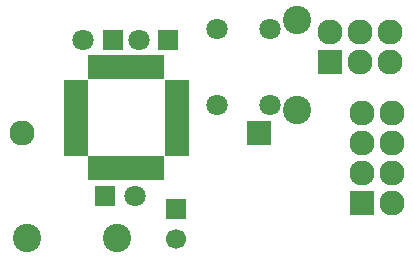
<source format=gbr>
G04 #@! TF.FileFunction,Soldermask,Top*
%FSLAX46Y46*%
G04 Gerber Fmt 4.6, Leading zero omitted, Abs format (unit mm)*
G04 Created by KiCad (PCBNEW 4.0.2-4+6225~38~ubuntu14.04.1-stable) date Sun 10 Apr 2016 19:44:50 CEST*
%MOMM*%
G01*
G04 APERTURE LIST*
%ADD10C,0.100000*%
%ADD11R,1.800000X1.800000*%
%ADD12C,1.800000*%
%ADD13R,2.127200X2.127200*%
%ADD14O,2.127200X2.127200*%
%ADD15R,1.700000X1.700000*%
%ADD16C,1.700000*%
%ADD17R,0.950000X2.000000*%
%ADD18R,2.000000X0.950000*%
%ADD19C,1.797000*%
%ADD20C,2.398980*%
%ADD21C,2.127200*%
G04 APERTURE END LIST*
D10*
D11*
X141728000Y-99314000D03*
D12*
X139228000Y-99314000D03*
D11*
X137029000Y-99314000D03*
D12*
X134529000Y-99314000D03*
D11*
X136402000Y-112522000D03*
D12*
X138902000Y-112522000D03*
D13*
X158115000Y-113157000D03*
D14*
X160655000Y-113157000D03*
X158115000Y-110617000D03*
X160655000Y-110617000D03*
X158115000Y-108077000D03*
X160655000Y-108077000D03*
X158115000Y-105537000D03*
X160655000Y-105537000D03*
D15*
X142367000Y-113665000D03*
D16*
X142367000Y-116165000D03*
D17*
X135376000Y-110168000D03*
X136176000Y-110168000D03*
X136976000Y-110168000D03*
X137776000Y-110168000D03*
X138576000Y-110168000D03*
X139376000Y-110168000D03*
X140176000Y-110168000D03*
X140976000Y-110168000D03*
D18*
X142426000Y-108718000D03*
X142426000Y-107918000D03*
X142426000Y-107118000D03*
X142426000Y-106318000D03*
X142426000Y-105518000D03*
X142426000Y-104718000D03*
X142426000Y-103918000D03*
X142426000Y-103118000D03*
D17*
X140976000Y-101668000D03*
X140176000Y-101668000D03*
X139376000Y-101668000D03*
X138576000Y-101668000D03*
X137776000Y-101668000D03*
X136976000Y-101668000D03*
X136176000Y-101668000D03*
X135376000Y-101668000D03*
D18*
X133926000Y-103118000D03*
X133926000Y-103918000D03*
X133926000Y-104718000D03*
X133926000Y-105518000D03*
X133926000Y-106318000D03*
X133926000Y-107118000D03*
X133926000Y-107918000D03*
X133926000Y-108718000D03*
D13*
X155448000Y-101219000D03*
D14*
X155448000Y-98679000D03*
X157988000Y-101219000D03*
X157988000Y-98679000D03*
X160528000Y-101219000D03*
X160528000Y-98679000D03*
D19*
X150322000Y-104810000D03*
X145842000Y-104810000D03*
X150322000Y-98390000D03*
X145842000Y-98390000D03*
D20*
X137414000Y-116078000D03*
X129794000Y-116078000D03*
X152654000Y-105283000D03*
X152654000Y-97663000D03*
D13*
X149374000Y-107188000D03*
D21*
X129374000Y-107188000D03*
M02*

</source>
